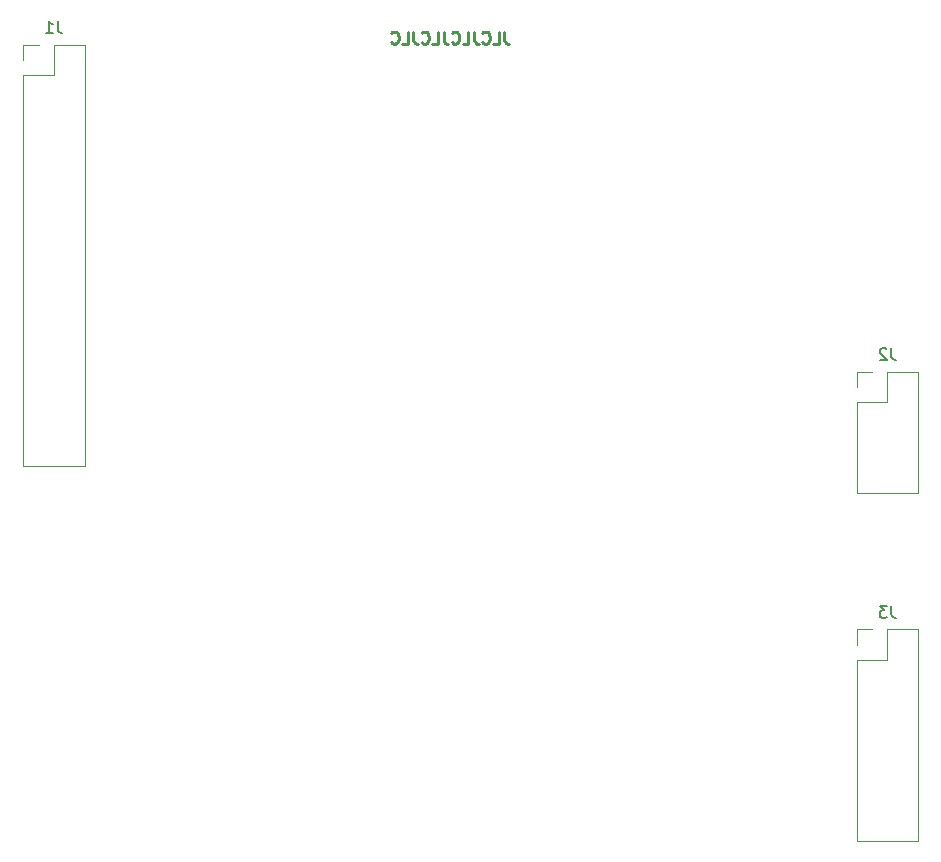
<source format=gbr>
G04 #@! TF.GenerationSoftware,KiCad,Pcbnew,5.0.1-33cea8e~68~ubuntu18.04.1*
G04 #@! TF.CreationDate,2018-11-17T12:57:36+01:00*
G04 #@! TF.ProjectId,ESP32-Wrover-kit-debug-breakout,45535033322D57726F7665722D6B6974,rev?*
G04 #@! TF.SameCoordinates,Original*
G04 #@! TF.FileFunction,Legend,Bot*
G04 #@! TF.FilePolarity,Positive*
%FSLAX46Y46*%
G04 Gerber Fmt 4.6, Leading zero omitted, Abs format (unit mm)*
G04 Created by KiCad (PCBNEW 5.0.1-33cea8e~68~ubuntu18.04.1) date lör 17 nov 2018 12:57:36*
%MOMM*%
%LPD*%
G01*
G04 APERTURE LIST*
%ADD10C,0.250000*%
%ADD11C,0.120000*%
%ADD12C,0.150000*%
%ADD13O,2.100000X2.100000*%
%ADD14R,2.100000X2.100000*%
G04 APERTURE END LIST*
D10*
X95767047Y-52669380D02*
X95767047Y-53383666D01*
X95814666Y-53526523D01*
X95909904Y-53621761D01*
X96052761Y-53669380D01*
X96148000Y-53669380D01*
X94814666Y-53669380D02*
X95290857Y-53669380D01*
X95290857Y-52669380D01*
X93909904Y-53574142D02*
X93957523Y-53621761D01*
X94100380Y-53669380D01*
X94195619Y-53669380D01*
X94338476Y-53621761D01*
X94433714Y-53526523D01*
X94481333Y-53431285D01*
X94528952Y-53240809D01*
X94528952Y-53097952D01*
X94481333Y-52907476D01*
X94433714Y-52812238D01*
X94338476Y-52717000D01*
X94195619Y-52669380D01*
X94100380Y-52669380D01*
X93957523Y-52717000D01*
X93909904Y-52764619D01*
X93195619Y-52669380D02*
X93195619Y-53383666D01*
X93243238Y-53526523D01*
X93338476Y-53621761D01*
X93481333Y-53669380D01*
X93576571Y-53669380D01*
X92243238Y-53669380D02*
X92719428Y-53669380D01*
X92719428Y-52669380D01*
X91338476Y-53574142D02*
X91386095Y-53621761D01*
X91528952Y-53669380D01*
X91624190Y-53669380D01*
X91767047Y-53621761D01*
X91862285Y-53526523D01*
X91909904Y-53431285D01*
X91957523Y-53240809D01*
X91957523Y-53097952D01*
X91909904Y-52907476D01*
X91862285Y-52812238D01*
X91767047Y-52717000D01*
X91624190Y-52669380D01*
X91528952Y-52669380D01*
X91386095Y-52717000D01*
X91338476Y-52764619D01*
X90624190Y-52669380D02*
X90624190Y-53383666D01*
X90671809Y-53526523D01*
X90767047Y-53621761D01*
X90909904Y-53669380D01*
X91005142Y-53669380D01*
X89671809Y-53669380D02*
X90148000Y-53669380D01*
X90148000Y-52669380D01*
X88767047Y-53574142D02*
X88814666Y-53621761D01*
X88957523Y-53669380D01*
X89052761Y-53669380D01*
X89195619Y-53621761D01*
X89290857Y-53526523D01*
X89338476Y-53431285D01*
X89386095Y-53240809D01*
X89386095Y-53097952D01*
X89338476Y-52907476D01*
X89290857Y-52812238D01*
X89195619Y-52717000D01*
X89052761Y-52669380D01*
X88957523Y-52669380D01*
X88814666Y-52717000D01*
X88767047Y-52764619D01*
X88052761Y-52669380D02*
X88052761Y-53383666D01*
X88100380Y-53526523D01*
X88195619Y-53621761D01*
X88338476Y-53669380D01*
X88433714Y-53669380D01*
X87100380Y-53669380D02*
X87576571Y-53669380D01*
X87576571Y-52669380D01*
X86195619Y-53574142D02*
X86243238Y-53621761D01*
X86386095Y-53669380D01*
X86481333Y-53669380D01*
X86624190Y-53621761D01*
X86719428Y-53526523D01*
X86767047Y-53431285D01*
X86814666Y-53240809D01*
X86814666Y-53097952D01*
X86767047Y-52907476D01*
X86719428Y-52812238D01*
X86624190Y-52717000D01*
X86481333Y-52669380D01*
X86386095Y-52669380D01*
X86243238Y-52717000D01*
X86195619Y-52764619D01*
D11*
G04 #@! TO.C,J3*
X126929000Y-103262000D02*
X125599000Y-103262000D01*
X125599000Y-103262000D02*
X125599000Y-104592000D01*
X128199000Y-103262000D02*
X128199000Y-105862000D01*
X128199000Y-105862000D02*
X125599000Y-105862000D01*
X125599000Y-105862000D02*
X125599000Y-121162000D01*
X130799000Y-121162000D02*
X125599000Y-121162000D01*
X130799000Y-103262000D02*
X130799000Y-121162000D01*
X130799000Y-103262000D02*
X128199000Y-103262000D01*
G04 #@! TO.C,J1*
X56350000Y-53750000D02*
X55020000Y-53750000D01*
X55020000Y-53750000D02*
X55020000Y-55080000D01*
X57620000Y-53750000D02*
X57620000Y-56350000D01*
X57620000Y-56350000D02*
X55020000Y-56350000D01*
X55020000Y-56350000D02*
X55020000Y-89430000D01*
X60220000Y-89430000D02*
X55020000Y-89430000D01*
X60220000Y-53750000D02*
X60220000Y-89430000D01*
X60220000Y-53750000D02*
X57620000Y-53750000D01*
G04 #@! TO.C,J2*
X130799000Y-81437000D02*
X128199000Y-81437000D01*
X130799000Y-81437000D02*
X130799000Y-91717000D01*
X130799000Y-91717000D02*
X125599000Y-91717000D01*
X125599000Y-84037000D02*
X125599000Y-91717000D01*
X128199000Y-84037000D02*
X125599000Y-84037000D01*
X128199000Y-81437000D02*
X128199000Y-84037000D01*
X125599000Y-81437000D02*
X125599000Y-82767000D01*
X126929000Y-81437000D02*
X125599000Y-81437000D01*
G04 #@! TO.C,J3*
D12*
X128532333Y-101274380D02*
X128532333Y-101988666D01*
X128579952Y-102131523D01*
X128675190Y-102226761D01*
X128818047Y-102274380D01*
X128913285Y-102274380D01*
X128151380Y-101274380D02*
X127532333Y-101274380D01*
X127865666Y-101655333D01*
X127722809Y-101655333D01*
X127627571Y-101702952D01*
X127579952Y-101750571D01*
X127532333Y-101845809D01*
X127532333Y-102083904D01*
X127579952Y-102179142D01*
X127627571Y-102226761D01*
X127722809Y-102274380D01*
X128008523Y-102274380D01*
X128103761Y-102226761D01*
X128151380Y-102179142D01*
G04 #@! TO.C,J1*
X57953333Y-51762380D02*
X57953333Y-52476666D01*
X58000952Y-52619523D01*
X58096190Y-52714761D01*
X58239047Y-52762380D01*
X58334285Y-52762380D01*
X56953333Y-52762380D02*
X57524761Y-52762380D01*
X57239047Y-52762380D02*
X57239047Y-51762380D01*
X57334285Y-51905238D01*
X57429523Y-52000476D01*
X57524761Y-52048095D01*
G04 #@! TO.C,J2*
X128532333Y-79449380D02*
X128532333Y-80163666D01*
X128579952Y-80306523D01*
X128675190Y-80401761D01*
X128818047Y-80449380D01*
X128913285Y-80449380D01*
X128103761Y-79544619D02*
X128056142Y-79497000D01*
X127960904Y-79449380D01*
X127722809Y-79449380D01*
X127627571Y-79497000D01*
X127579952Y-79544619D01*
X127532333Y-79639857D01*
X127532333Y-79735095D01*
X127579952Y-79877952D01*
X128151380Y-80449380D01*
X127532333Y-80449380D01*
G04 #@! TD*
%LPC*%
D13*
G04 #@! TO.C,J3*
X129469000Y-119832000D03*
X126929000Y-119832000D03*
X129469000Y-117292000D03*
X126929000Y-117292000D03*
X129469000Y-114752000D03*
X126929000Y-114752000D03*
X129469000Y-112212000D03*
X126929000Y-112212000D03*
X129469000Y-109672000D03*
X126929000Y-109672000D03*
X129469000Y-107132000D03*
X126929000Y-107132000D03*
X129469000Y-104592000D03*
D14*
X126929000Y-104592000D03*
G04 #@! TD*
D13*
G04 #@! TO.C,J1*
X58890000Y-88100000D03*
X56350000Y-88100000D03*
X58890000Y-85560000D03*
X56350000Y-85560000D03*
X58890000Y-83020000D03*
X56350000Y-83020000D03*
X58890000Y-80480000D03*
X56350000Y-80480000D03*
X58890000Y-77940000D03*
X56350000Y-77940000D03*
X58890000Y-75400000D03*
X56350000Y-75400000D03*
X58890000Y-72860000D03*
X56350000Y-72860000D03*
X58890000Y-70320000D03*
X56350000Y-70320000D03*
X58890000Y-67780000D03*
X56350000Y-67780000D03*
X58890000Y-65240000D03*
X56350000Y-65240000D03*
X58890000Y-62700000D03*
X56350000Y-62700000D03*
X58890000Y-60160000D03*
X56350000Y-60160000D03*
X58890000Y-57620000D03*
X56350000Y-57620000D03*
X58890000Y-55080000D03*
D14*
X56350000Y-55080000D03*
G04 #@! TD*
G04 #@! TO.C,J4*
X103340000Y-107150000D03*
D13*
X105880000Y-107150000D03*
X103340000Y-109690000D03*
X105880000Y-109690000D03*
X103340000Y-112230000D03*
X105880000Y-112230000D03*
X103340000Y-114770000D03*
X105880000Y-114770000D03*
X103340000Y-117310000D03*
X105880000Y-117310000D03*
G04 #@! TD*
D14*
G04 #@! TO.C,J2*
X126929000Y-82767000D03*
D13*
X129469000Y-82767000D03*
X126929000Y-85307000D03*
X129469000Y-85307000D03*
X126929000Y-87847000D03*
X129469000Y-87847000D03*
X126929000Y-90387000D03*
X129469000Y-90387000D03*
G04 #@! TD*
M02*

</source>
